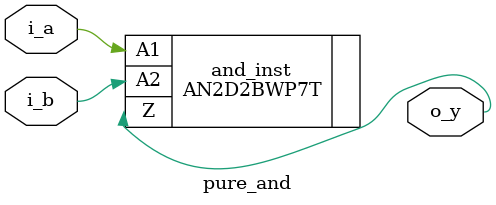
<source format=v>

`timescale 1ns/1ns

module pure_and #(
    parameter DOMAIN_3V0 = 0
  )(
    input  i_a,
    input  i_b,
    output o_y
  );

`ifdef POST_LAYOUT  // zero-delay when used in post-layout TB code
  assign o_y = i_a & i_b;
`else
  AN2D2BWP7T and_inst(
    .A1 (i_a),
    .A2 (i_b),
    .Z (o_y)
  );
`endif

endmodule


</source>
